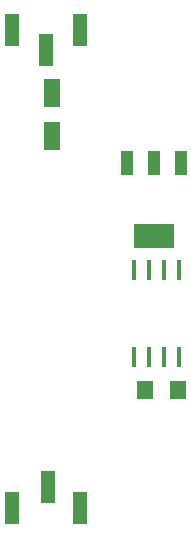
<source format=gbr>
G04 DipTrace 2.4.0.2*
%INTopPaste.gbr*%
%MOIN*%
%ADD38R,0.1337X0.0786*%
%ADD40R,0.04X0.08*%
%ADD42R,0.0156X0.0707*%
%ADD46R,0.051X0.1101*%
%ADD48R,0.055X0.0628*%
%ADD50R,0.055X0.0943*%
%FSLAX44Y44*%
G04*
G70*
G90*
G75*
G01*
%LNTopPaste*%
%LPD*%
D50*
X5815Y18317D3*
Y16899D3*
D48*
X8941Y8441D3*
X10043D3*
D46*
X4503Y20442D3*
X5628Y19754D3*
X6753Y20442D3*
X4503Y4503D3*
X5690Y5190D3*
X6753Y4503D3*
D42*
X10066Y12441D3*
X9566D3*
X9066D3*
X8566D3*
Y9528D3*
X9066D3*
X9566D3*
X10066D3*
D40*
X10128Y16004D3*
X9223D3*
X8317D3*
D38*
X9223Y13566D3*
M02*

</source>
